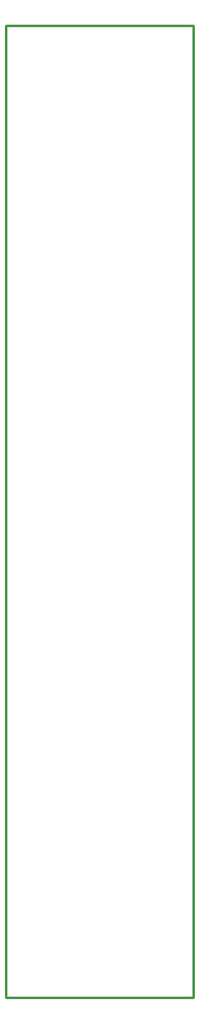
<source format=gko>
G04*
G04 #@! TF.GenerationSoftware,Altium Limited,Altium Designer,20.2.4 (192)*
G04*
G04 Layer_Color=16711935*
%FSLAX44Y44*%
%MOMM*%
G71*
G04*
G04 #@! TF.SameCoordinates,56F664F7-557E-4C23-82A4-073EF7048267*
G04*
G04*
G04 #@! TF.FilePolarity,Positive*
G04*
G01*
G75*
%ADD12C,0.2540*%
D12*
X798830Y117600D02*
X991730D01*
Y1117600D01*
X798830Y117600D02*
Y1117600D01*
X991730D01*
M02*

</source>
